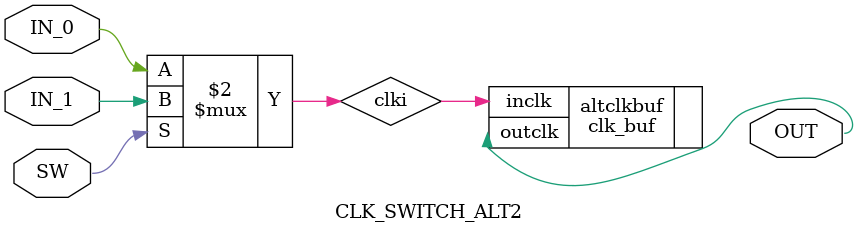
<source format=v>


module CLK_SWITCH_ALT (   
input       IN_0,
input       IN_1,
input       SW  ,
output      OUT 

);

clk_mux altclkmux(
	.clkselect(SW),
	.inclk0x(IN_0),
	.inclk1x(IN_1),
	.outclk(OUT));

endmodule

module CLK_SWITCH (   
input       IN_0,
input       IN_1,
input       SW  ,
output      OUT 

);

assign OUT = (SW==1'b0)?IN_0:IN_1;
endmodule


module CLK_SWITCH_ALT2 (   
input       IN_0,
input       IN_1,
input       SW  ,
output      OUT 

);

wire clki;
assign clki = (SW==1'b0)?IN_0:IN_1;

clk_buf altclkbuf(
	.inclk(clki),
	.outclk(OUT));
	
endmodule

</source>
